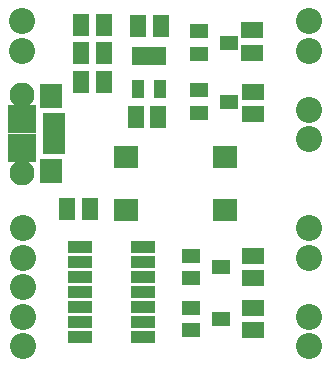
<source format=gts>
G04 (created by PCBNEW-RS274X (2012-01-19 BZR 3256)-stable) date 11/26/2012 8:22:25 AM*
G01*
G70*
G90*
%MOIN*%
G04 Gerber Fmt 3.4, Leading zero omitted, Abs format*
%FSLAX34Y34*%
G04 APERTURE LIST*
%ADD10C,0.006000*%
%ADD11R,0.059400X0.047600*%
%ADD12R,0.055000X0.075000*%
%ADD13R,0.075000X0.055000*%
%ADD14R,0.079100X0.043600*%
%ADD15C,0.086900*%
%ADD16R,0.043600X0.063300*%
%ADD17R,0.073100X0.035700*%
%ADD18R,0.075100X0.083000*%
%ADD19R,0.094800X0.094800*%
%ADD20C,0.083000*%
%ADD21R,0.083000X0.075100*%
G04 APERTURE END LIST*
G54D10*
G54D11*
X58295Y-41654D03*
X57295Y-42029D03*
X57295Y-41279D03*
X58295Y-39921D03*
X57295Y-40296D03*
X57295Y-39546D03*
X58571Y-34411D03*
X57571Y-34786D03*
X57571Y-34036D03*
X58571Y-32441D03*
X57571Y-32816D03*
X57571Y-32066D03*
G54D12*
X55531Y-31891D03*
X56281Y-31891D03*
X54391Y-32795D03*
X53641Y-32795D03*
X54391Y-33740D03*
X53641Y-33740D03*
G54D13*
X59370Y-42029D03*
X59370Y-41279D03*
X59370Y-39546D03*
X59370Y-40296D03*
X59370Y-34824D03*
X59370Y-34074D03*
X59331Y-32777D03*
X59331Y-32027D03*
G54D12*
X53168Y-37992D03*
X53918Y-37992D03*
X56203Y-34922D03*
X55453Y-34922D03*
X53642Y-31851D03*
X54392Y-31851D03*
G54D14*
X53583Y-39252D03*
X53583Y-39752D03*
X53583Y-40252D03*
X53583Y-40752D03*
X53583Y-41252D03*
X53583Y-41752D03*
X53583Y-42252D03*
X55709Y-42252D03*
X55709Y-41752D03*
X55709Y-41252D03*
X55709Y-40752D03*
X55709Y-40252D03*
X55709Y-39752D03*
X55709Y-39252D03*
G54D15*
X61220Y-39606D03*
X51693Y-42559D03*
X51693Y-41575D03*
X51693Y-40591D03*
X51693Y-39606D03*
X51693Y-38622D03*
X51654Y-31732D03*
X51654Y-32717D03*
X61220Y-31732D03*
X61220Y-32717D03*
X61220Y-34685D03*
X61220Y-35669D03*
X61220Y-38622D03*
X61220Y-42559D03*
X61220Y-41575D03*
G54D16*
X56260Y-32874D03*
X55886Y-32874D03*
X55512Y-32874D03*
X55512Y-33976D03*
X56260Y-33976D03*
G54D17*
X52717Y-34960D03*
X52717Y-35216D03*
X52717Y-35472D03*
X52717Y-35728D03*
X52717Y-35984D03*
G54D18*
X52638Y-34212D03*
X52638Y-36732D03*
G54D19*
X51664Y-35944D03*
X51664Y-35000D03*
G54D20*
X51664Y-36771D03*
X51664Y-34173D03*
G54D21*
X55118Y-36240D03*
X58426Y-36240D03*
X55118Y-38012D03*
X58426Y-38012D03*
M02*

</source>
